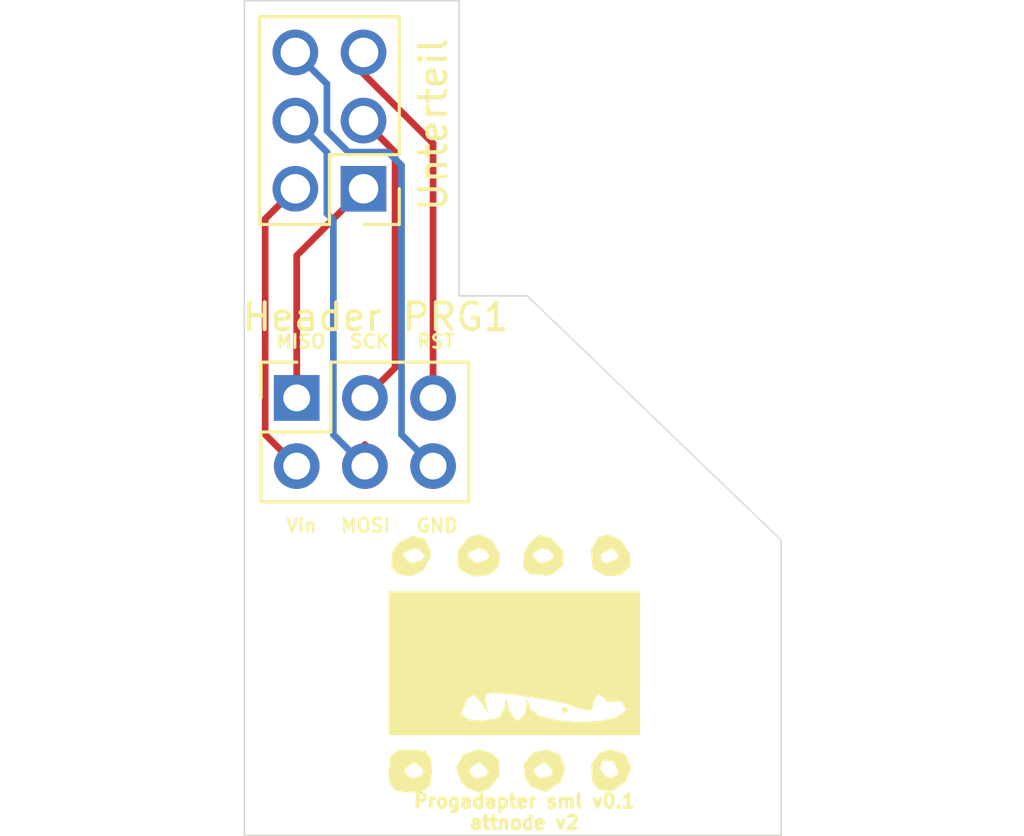
<source format=kicad_pcb>
(kicad_pcb (version 20171130) (host pcbnew "(5.1.8)-1")

  (general
    (thickness 1.6)
    (drawings 15)
    (tracks 24)
    (zones 0)
    (modules 5)
    (nets 7)
  )

  (page A4)
  (layers
    (0 F.Cu signal)
    (31 B.Cu signal)
    (32 B.Adhes user)
    (33 F.Adhes user)
    (34 B.Paste user)
    (35 F.Paste user)
    (36 B.SilkS user)
    (37 F.SilkS user)
    (38 B.Mask user)
    (39 F.Mask user)
    (40 Dwgs.User user)
    (41 Cmts.User user)
    (42 Eco1.User user)
    (43 Eco2.User user)
    (44 Edge.Cuts user)
    (45 Margin user)
    (46 B.CrtYd user)
    (47 F.CrtYd user)
    (48 B.Fab user)
    (49 F.Fab user)
  )

  (setup
    (last_trace_width 0.25)
    (trace_clearance 0.2)
    (zone_clearance 0.508)
    (zone_45_only no)
    (trace_min 0.2)
    (via_size 0.8)
    (via_drill 0.4)
    (via_min_size 0.4)
    (via_min_drill 0.3)
    (uvia_size 0.3)
    (uvia_drill 0.1)
    (uvias_allowed no)
    (uvia_min_size 0.2)
    (uvia_min_drill 0.1)
    (edge_width 0.05)
    (segment_width 0.2)
    (pcb_text_width 0.3)
    (pcb_text_size 1.5 1.5)
    (mod_edge_width 0.12)
    (mod_text_size 1 1)
    (mod_text_width 0.15)
    (pad_size 3.2 3.2)
    (pad_drill 3.2)
    (pad_to_mask_clearance 0.051)
    (solder_mask_min_width 0.25)
    (aux_axis_origin 0 0)
    (visible_elements 7FFFFFFF)
    (pcbplotparams
      (layerselection 0x010fc_ffffffff)
      (usegerberextensions true)
      (usegerberattributes false)
      (usegerberadvancedattributes false)
      (creategerberjobfile false)
      (excludeedgelayer true)
      (linewidth 0.100000)
      (plotframeref false)
      (viasonmask false)
      (mode 1)
      (useauxorigin false)
      (hpglpennumber 1)
      (hpglpenspeed 20)
      (hpglpendiameter 15.000000)
      (psnegative false)
      (psa4output false)
      (plotreference true)
      (plotvalue true)
      (plotinvisibletext false)
      (padsonsilk false)
      (subtractmaskfromsilk false)
      (outputformat 1)
      (mirror false)
      (drillshape 0)
      (scaleselection 1)
      (outputdirectory "Gerber/"))
  )

  (net 0 "")
  (net 1 PRG_Vin)
  (net 2 MISO)
  (net 3 MOSI)
  (net 4 SCK)
  (net 5 RST)
  (net 6 PRG_GND)

  (net_class Default "Dies ist die voreingestellte Netzklasse."
    (clearance 0.2)
    (trace_width 0.25)
    (via_dia 0.8)
    (via_drill 0.4)
    (uvia_dia 0.3)
    (uvia_drill 0.1)
    (add_net MISO)
    (add_net MOSI)
    (add_net PRG_GND)
    (add_net PRG_Vin)
    (add_net RST)
    (add_net SCK)
  )

  (module "Logo Attno.de:Logo_druck" (layer F.Cu) (tedit 0) (tstamp 5FB2A212)
    (at 69.9262 81.6864)
    (fp_text reference G*** (at 0 0) (layer F.SilkS) hide
      (effects (font (size 1.524 1.524) (thickness 0.3)))
    )
    (fp_text value LOGO (at 0.8128 3.3782) (layer F.SilkS) hide
      (effects (font (size 1.524 1.524) (thickness 0.3)))
    )
    (fp_poly (pts (xy -3.175028 3.274671) (xy -2.965626 3.587178) (xy -2.941053 4.010526) (xy -3.007304 4.578657)
      (xy -3.319811 4.788059) (xy -3.743158 4.812632) (xy -4.311289 4.746381) (xy -4.520691 4.433874)
      (xy -4.545264 4.010526) (xy -4.542926 3.990474) (xy -3.959281 3.990474) (xy -3.830217 4.234271)
      (xy -3.609474 4.277895) (xy -3.276715 4.142232) (xy -3.259667 3.990474) (xy -3.535693 3.714239)
      (xy -3.609474 3.703053) (xy -3.922973 3.911204) (xy -3.959281 3.990474) (xy -4.542926 3.990474)
      (xy -4.479013 3.442395) (xy -4.166506 3.232994) (xy -3.743158 3.208421) (xy -3.175028 3.274671)) (layer F.SilkS) (width 0.01))
    (fp_poly (pts (xy -0.654718 3.377959) (xy -0.425046 3.643362) (xy -0.445336 4.206313) (xy -0.802298 4.673505)
      (xy -1.203158 4.812632) (xy -1.650245 4.625796) (xy -1.843455 4.445467) (xy -1.999823 3.990474)
      (xy -1.552965 3.990474) (xy -1.423901 4.234271) (xy -1.203158 4.277895) (xy -0.870399 4.142232)
      (xy -0.853351 3.990474) (xy -1.129378 3.714239) (xy -1.203158 3.703053) (xy -1.516657 3.911204)
      (xy -1.552965 3.990474) (xy -1.999823 3.990474) (xy -2.031887 3.897179) (xy -1.795855 3.42208)
      (xy -1.233012 3.208837) (xy -1.203158 3.208421) (xy -0.654718 3.377959)) (layer F.SilkS) (width 0.01))
    (fp_poly (pts (xy 1.830489 3.420844) (xy 2.023085 3.906185) (xy 1.850749 4.436547) (xy 1.843454 4.445467)
      (xy 1.308609 4.788602) (xy 0.789363 4.623462) (xy 0.556657 4.318854) (xy 0.512481 3.990474)
      (xy 0.85335 3.990474) (xy 0.982414 4.234271) (xy 1.203157 4.277895) (xy 1.535916 4.142232)
      (xy 1.552964 3.990474) (xy 1.276938 3.714239) (xy 1.203157 3.703053) (xy 0.889659 3.911204)
      (xy 0.85335 3.990474) (xy 0.512481 3.990474) (xy 0.479001 3.74161) (xy 0.834794 3.328056)
      (xy 1.36171 3.208421) (xy 1.830489 3.420844)) (layer F.SilkS) (width 0.01))
    (fp_poly (pts (xy 4.289104 3.40888) (xy 4.485854 3.883973) (xy 4.275068 4.414984) (xy 3.760298 4.770967)
      (xy 3.272011 4.712338) (xy 3.03774 4.411579) (xy 3.005955 3.923658) (xy 3.321753 3.923658)
      (xy 3.535729 4.214069) (xy 3.758937 4.277895) (xy 4.005698 4.098505) (xy 4.010526 4.055088)
      (xy 3.836112 3.667614) (xy 3.47406 3.613807) (xy 3.434135 3.635217) (xy 3.321753 3.923658)
      (xy 3.005955 3.923658) (xy 2.995131 3.757507) (xy 3.340792 3.309889) (xy 3.743157 3.208421)
      (xy 4.289104 3.40888)) (layer F.SilkS) (width 0.01))
    (fp_poly (pts (xy 4.812631 2.673684) (xy -4.545264 2.673684) (xy -4.545264 1.85671) (xy -1.84514 1.85671)
      (xy -1.640977 2.086836) (xy -1.069474 2.138947) (xy -0.449193 2.032284) (xy -0.236914 1.678869)
      (xy -0.236354 1.671053) (xy -0.199008 1.341536) (xy -0.120086 1.531401) (xy -0.083065 1.671053)
      (xy 0.137174 2.067551) (xy 0.286972 2.138947) (xy 0.512231 1.91694) (xy 0.565751 1.671053)
      (xy 0.603097 1.341536) (xy 0.682019 1.531401) (xy 0.71904 1.671053) (xy 1.023883 1.942669)
      (xy 1.661629 2.1152) (xy 2.468428 2.186887) (xy 3.280431 2.155969) (xy 3.933785 2.020685)
      (xy 4.264641 1.779275) (xy 4.277894 1.709289) (xy 4.113499 1.405706) (xy 3.876842 1.43353)
      (xy 3.532945 1.431665) (xy 3.475789 1.312671) (xy 3.31091 1.162077) (xy 3.204059 1.205853)
      (xy 3.040408 1.51151) (xy 3.071649 1.599214) (xy 2.983308 1.745726) (xy 2.741799 1.73488)
      (xy 2.344973 1.633411) (xy 2.272631 1.590545) (xy 2.017938 1.492766) (xy 1.298922 1.353099)
      (xy 0.183184 1.184476) (xy 0.064366 1.16815) (xy -0.638136 1.095906) (xy -0.934809 1.164674)
      (xy -0.945218 1.415944) (xy -0.918078 1.509049) (xy -0.821817 1.851758) (xy -0.926927 1.742986)
      (xy -1.080524 1.50529) (xy -1.365887 1.180679) (xy -1.595147 1.317081) (xy -1.631354 1.371606)
      (xy -1.84514 1.85671) (xy -4.545264 1.85671) (xy -4.545264 -2.673684) (xy 4.812631 -2.673684)
      (xy 4.812631 2.673684)) (layer F.SilkS) (width 0.01))
    (fp_poly (pts (xy -3.196971 -4.616923) (xy -2.979926 -4.140395) (xy -2.989143 -3.94488) (xy -3.252289 -3.462408)
      (xy -3.731266 -3.239198) (xy -4.214277 -3.323615) (xy -4.449336 -3.611454) (xy -4.423182 -4.010526)
      (xy -4.010527 -4.010526) (xy -3.79397 -3.773323) (xy -3.609474 -3.743158) (xy -3.253669 -3.887529)
      (xy -3.208422 -4.010526) (xy -3.424979 -4.24773) (xy -3.609474 -4.277895) (xy -3.96528 -4.133524)
      (xy -4.010527 -4.010526) (xy -4.423182 -4.010526) (xy -4.414565 -4.142002) (xy -4.201504 -4.468872)
      (xy -3.662664 -4.7517) (xy -3.196971 -4.616923)) (layer F.SilkS) (width 0.01))
    (fp_poly (pts (xy -0.698937 -4.587399) (xy -0.404882 -4.076307) (xy -0.425046 -3.643362) (xy -0.795864 -3.295983)
      (xy -1.358492 -3.230802) (xy -1.850527 -3.44782) (xy -1.981271 -3.643362) (xy -1.968038 -4.010526)
      (xy -1.604211 -4.010526) (xy -1.387654 -3.773323) (xy -1.203158 -3.743158) (xy -0.847353 -3.887529)
      (xy -0.802106 -4.010526) (xy -1.018663 -4.24773) (xy -1.203158 -4.277895) (xy -1.558964 -4.133524)
      (xy -1.604211 -4.010526) (xy -1.968038 -4.010526) (xy -1.960981 -4.206313) (xy -1.604019 -4.673505)
      (xy -1.203158 -4.812632) (xy -0.698937 -4.587399)) (layer F.SilkS) (width 0.01))
    (fp_poly (pts (xy 1.497215 -4.664621) (xy 1.521708 -4.649808) (xy 1.958071 -4.173721) (xy 1.961382 -3.672715)
      (xy 1.558773 -3.320009) (xy 1.304155 -3.2608) (xy 0.68795 -3.334446) (xy 0.453572 -3.569022)
      (xy 0.476776 -4.010526) (xy 0.802105 -4.010526) (xy 1.018662 -3.773323) (xy 1.203157 -3.743158)
      (xy 1.558963 -3.887529) (xy 1.60421 -4.010526) (xy 1.387653 -4.24773) (xy 1.203157 -4.277895)
      (xy 0.847352 -4.133524) (xy 0.802105 -4.010526) (xy 0.476776 -4.010526) (xy 0.480169 -4.075083)
      (xy 0.671125 -4.452433) (xy 1.053407 -4.785038) (xy 1.497215 -4.664621)) (layer F.SilkS) (width 0.01))
    (fp_poly (pts (xy 4.089816 -4.595979) (xy 4.434735 -4.1028) (xy 4.449882 -3.612879) (xy 4.088167 -3.2809)
      (xy 3.55026 -3.237404) (xy 3.109036 -3.48305) (xy 3.03774 -3.609474) (xy 3.005379 -4.010526)
      (xy 3.342105 -4.010526) (xy 3.402717 -3.781632) (xy 3.593694 -3.743158) (xy 3.959511 -3.882751)
      (xy 4.010526 -4.010526) (xy 3.818628 -4.270242) (xy 3.758937 -4.277895) (xy 3.39683 -4.083545)
      (xy 3.342105 -4.010526) (xy 3.005379 -4.010526) (xy 2.988838 -4.215517) (xy 3.2409 -4.683255)
      (xy 3.568344 -4.812632) (xy 4.089816 -4.595979)) (layer F.SilkS) (width 0.01))
    (fp_poly (pts (xy 2.138947 1.737895) (xy 2.005263 1.871579) (xy 1.871578 1.737895) (xy 2.005263 1.60421)
      (xy 2.138947 1.737895)) (layer F.SilkS) (width 0.01))
  )

  (module Connector_PinSocket_2.54mm:PinSocket_2x03_P2.54mm_Vertical (layer F.Cu) (tedit 5A19A425) (tstamp 5FB10B53)
    (at 61.9506 71.8 90)
    (descr "Through hole straight socket strip, 2x03, 2.54mm pitch, double cols (from Kicad 4.0.7), script generated")
    (tags "Through hole socket strip THT 2x03 2.54mm double row")
    (path /5FB3D82C)
    (fp_text reference "Header PRG1" (at 3.0168 2.9464 180) (layer F.SilkS)
      (effects (font (size 1 1) (thickness 0.15)))
    )
    (fp_text value Connector:Conn_01x14_Female (at -1.27 7.85 90) (layer F.Fab) hide
      (effects (font (size 1 1) (thickness 0.15)))
    )
    (fp_line (start -4.34 6.85) (end -4.34 -1.8) (layer F.CrtYd) (width 0.05))
    (fp_line (start 1.76 6.85) (end -4.34 6.85) (layer F.CrtYd) (width 0.05))
    (fp_line (start 1.76 -1.8) (end 1.76 6.85) (layer F.CrtYd) (width 0.05))
    (fp_line (start -4.34 -1.8) (end 1.76 -1.8) (layer F.CrtYd) (width 0.05))
    (fp_line (start 0 -1.33) (end 1.33 -1.33) (layer F.SilkS) (width 0.12))
    (fp_line (start 1.33 -1.33) (end 1.33 0) (layer F.SilkS) (width 0.12))
    (fp_line (start -1.27 -1.33) (end -1.27 1.27) (layer F.SilkS) (width 0.12))
    (fp_line (start -1.27 1.27) (end 1.33 1.27) (layer F.SilkS) (width 0.12))
    (fp_line (start 1.33 1.27) (end 1.33 6.41) (layer F.SilkS) (width 0.12))
    (fp_line (start -3.87 6.41) (end 1.33 6.41) (layer F.SilkS) (width 0.12))
    (fp_line (start -3.87 -1.33) (end -3.87 6.41) (layer F.SilkS) (width 0.12))
    (fp_line (start -3.87 -1.33) (end -1.27 -1.33) (layer F.SilkS) (width 0.12))
    (fp_line (start -3.81 6.35) (end -3.81 -1.27) (layer F.Fab) (width 0.1))
    (fp_line (start 1.27 6.35) (end -3.81 6.35) (layer F.Fab) (width 0.1))
    (fp_line (start 1.27 -0.27) (end 1.27 6.35) (layer F.Fab) (width 0.1))
    (fp_line (start 0.27 -1.27) (end 1.27 -0.27) (layer F.Fab) (width 0.1))
    (fp_line (start -3.81 -1.27) (end 0.27 -1.27) (layer F.Fab) (width 0.1))
    (fp_text user %R (at -1.27 2.54) (layer F.Fab)
      (effects (font (size 1 1) (thickness 0.15)))
    )
    (pad 1 thru_hole rect (at 0 0 90) (size 1.7 1.7) (drill 1) (layers *.Cu *.Mask)
      (net 2 MISO))
    (pad 2 thru_hole oval (at -2.54 0 90) (size 1.7 1.7) (drill 1) (layers *.Cu *.Mask)
      (net 1 PRG_Vin))
    (pad 3 thru_hole oval (at 0 2.54 90) (size 1.7 1.7) (drill 1) (layers *.Cu *.Mask)
      (net 4 SCK))
    (pad 4 thru_hole oval (at -2.54 2.54 90) (size 1.7 1.7) (drill 1) (layers *.Cu *.Mask)
      (net 3 MOSI))
    (pad 5 thru_hole oval (at 0 5.08 90) (size 1.7 1.7) (drill 1) (layers *.Cu *.Mask)
      (net 5 RST))
    (pad 6 thru_hole oval (at -2.54 5.08 90) (size 1.7 1.7) (drill 1) (layers *.Cu *.Mask)
      (net 6 PRG_GND))
  )

  (module MountingHole:MountingHole_3.2mm_M3_DIN965 (layer F.Cu) (tedit 56D1B4CB) (tstamp 5FB29D1F)
    (at 76.5048 83.058)
    (descr "Mounting Hole 3.2mm, no annular, M3, DIN965")
    (tags "mounting hole 3.2mm no annular m3 din965")
    (attr virtual)
    (fp_text reference REF** (at 0 -3.8) (layer F.SilkS) hide
      (effects (font (size 1 1) (thickness 0.15)))
    )
    (fp_text value MountingHole_3.2mm_M3_DIN965 (at 0 3.8) (layer F.Fab)
      (effects (font (size 1 1) (thickness 0.15)))
    )
    (fp_circle (center 0 0) (end 2.8 0) (layer Cmts.User) (width 0.15))
    (fp_circle (center 0 0) (end 3.05 0) (layer F.CrtYd) (width 0.05))
    (fp_text user %R (at 0.3 -0.058) (layer F.Fab)
      (effects (font (size 1 1) (thickness 0.15)))
    )
    (pad 1 np_thru_hole circle (at 0 0) (size 3.2 3.2) (drill 3.2) (layers *.Cu *.Mask))
  )

  (module MountingHole:MountingHole_3.2mm_M3_DIN965 (layer F.Cu) (tedit 56D1B4CB) (tstamp 5FB29CF4)
    (at 63.4492 83)
    (descr "Mounting Hole 3.2mm, no annular, M3, DIN965")
    (tags "mounting hole 3.2mm no annular m3 din965")
    (attr virtual)
    (fp_text reference REF** (at 0 -3.8) (layer F.SilkS) hide
      (effects (font (size 1 1) (thickness 0.15)))
    )
    (fp_text value MountingHole_3.2mm_M3_DIN965 (at 0 3.8) (layer F.Fab)
      (effects (font (size 1 1) (thickness 0.15)))
    )
    (fp_circle (center 0 0) (end 2.8 0) (layer Cmts.User) (width 0.15))
    (fp_circle (center 0 0) (end 3.05 0) (layer F.CrtYd) (width 0.05))
    (fp_text user %R (at 0.3 0) (layer F.Fab)
      (effects (font (size 1 1) (thickness 0.15)))
    )
    (pad 1 np_thru_hole circle (at 0 0) (size 3.2 3.2) (drill 3.2) (layers *.Cu *.Mask))
  )

  (module Connector_PinHeader_2.54mm:PinHeader_2x03_P2.54mm_Vertical (layer F.Cu) (tedit 5FB1263A) (tstamp 5E2A4CBB)
    (at 64.4398 64.008 180)
    (descr "Through hole straight pin header, 2x03, 2.54mm pitch, double rows")
    (tags "Through hole pin header THT 2x03 2.54mm double row")
    (path /5D69C5BF)
    (fp_text reference PRG-Out1 (at 1.27 -1.9304) (layer F.SilkS) hide
      (effects (font (size 0.8 0.8) (thickness 0.1)))
    )
    (fp_text value PRG (at 1.27 7.41) (layer F.Fab) hide
      (effects (font (size 1 1) (thickness 0.15)))
    )
    (fp_line (start 4.35 -1.8) (end -1.8 -1.8) (layer F.CrtYd) (width 0.05))
    (fp_line (start 4.35 6.85) (end 4.35 -1.8) (layer F.CrtYd) (width 0.05))
    (fp_line (start -1.8 6.85) (end 4.35 6.85) (layer F.CrtYd) (width 0.05))
    (fp_line (start -1.8 -1.8) (end -1.8 6.85) (layer F.CrtYd) (width 0.05))
    (fp_line (start -1.33 -1.33) (end 0 -1.33) (layer F.SilkS) (width 0.12))
    (fp_line (start -1.33 0) (end -1.33 -1.33) (layer F.SilkS) (width 0.12))
    (fp_line (start 1.27 -1.33) (end 3.87 -1.33) (layer F.SilkS) (width 0.12))
    (fp_line (start 1.27 1.27) (end 1.27 -1.33) (layer F.SilkS) (width 0.12))
    (fp_line (start -1.33 1.27) (end 1.27 1.27) (layer F.SilkS) (width 0.12))
    (fp_line (start 3.87 -1.33) (end 3.87 6.41) (layer F.SilkS) (width 0.12))
    (fp_line (start -1.33 1.27) (end -1.33 6.41) (layer F.SilkS) (width 0.12))
    (fp_line (start -1.33 6.41) (end 3.87 6.41) (layer F.SilkS) (width 0.12))
    (fp_line (start -1.27 0) (end 0 -1.27) (layer F.Fab) (width 0.1))
    (fp_line (start -1.27 6.35) (end -1.27 0) (layer F.Fab) (width 0.1))
    (fp_line (start 3.81 6.35) (end -1.27 6.35) (layer F.Fab) (width 0.1))
    (fp_line (start 3.81 -1.27) (end 3.81 6.35) (layer F.Fab) (width 0.1))
    (fp_line (start 0 -1.27) (end 3.81 -1.27) (layer F.Fab) (width 0.1))
    (fp_text user %R (at 1.27 2.54 180) (layer F.Fab) hide
      (effects (font (size 1 1) (thickness 0.15)))
    )
    (pad 6 thru_hole oval (at 2.54 5.08 180) (size 1.7 1.7) (drill 1.1) (layers *.Cu *.Mask)
      (net 6 PRG_GND))
    (pad 5 thru_hole oval (at 0 5.08 180) (size 1.7 1.7) (drill 1.1) (layers *.Cu *.Mask)
      (net 5 RST))
    (pad 4 thru_hole oval (at 2.54 2.54 180) (size 1.7 1.7) (drill 1.1) (layers *.Cu *.Mask)
      (net 3 MOSI))
    (pad 3 thru_hole oval (at 0 2.54 180) (size 1.7 1.7) (drill 1.1) (layers *.Cu *.Mask)
      (net 4 SCK))
    (pad 2 thru_hole oval (at 2.54 0 180) (size 1.7 1.7) (drill 1.1) (layers *.Cu *.Mask)
      (net 1 PRG_Vin))
    (pad 1 thru_hole rect (at 0 0 180) (size 1.7 1.7) (drill 1.1) (layers *.Cu *.Mask)
      (net 2 MISO))
  )

  (gr_text Unterteil (at 67.0306 61.6204 90) (layer F.SilkS)
    (effects (font (size 1 1) (thickness 0.15)))
  )
  (gr_line (start 70.54 68) (end 80 77.1) (layer Edge.Cuts) (width 0.05))
  (gr_text GND (at 67.183 76.5556) (layer F.SilkS) (tstamp 5FB16EDB)
    (effects (font (size 0.5 0.5) (thickness 0.1)))
  )
  (gr_text MOSI (at 64.516 76.5556) (layer F.SilkS) (tstamp 5FB16EB5)
    (effects (font (size 0.5 0.5) (thickness 0.1)))
  )
  (gr_text RST (at 67.1322 69.6976) (layer F.SilkS) (tstamp 5FB16E9E)
    (effects (font (size 0.5 0.5) (thickness 0.1)))
  )
  (gr_text SCK (at 64.6684 69.6976) (layer F.SilkS) (tstamp 5FB16E89)
    (effects (font (size 0.5 0.5) (thickness 0.1)))
  )
  (gr_text Vin (at 62.1284 76.5556) (layer F.SilkS) (tstamp 5FB21B18)
    (effects (font (size 0.5 0.5) (thickness 0.1)))
  )
  (gr_text MISO (at 62.103 69.6976) (layer F.SilkS) (tstamp 5FB21AF8)
    (effects (font (size 0.5 0.5) (thickness 0.1)))
  )
  (gr_text "Progadapter sml v0.1\nattnode v2" (at 70.4342 87.2236) (layer F.SilkS)
    (effects (font (size 0.5 0.5) (thickness 0.125)))
  )
  (gr_line (start 68 68) (end 70.54 68) (layer Edge.Cuts) (width 0.05))
  (gr_line (start 60 57) (end 68 57) (layer Edge.Cuts) (width 0.05))
  (gr_line (start 68 68) (end 68 57) (layer Edge.Cuts) (width 0.05))
  (gr_line (start 60 57) (end 60 88.1) (layer Edge.Cuts) (width 0.05))
  (gr_line (start 80 88.1) (end 80 77.1) (layer Edge.Cuts) (width 0.05))
  (gr_line (start 60 88.1) (end 80 88.1) (layer Edge.Cuts) (width 0.05))

  (segment (start 60.775599 73.164999) (end 61.9506 74.34) (width 0.25) (layer F.Cu) (net 1))
  (segment (start 60.775599 65.132201) (end 60.775599 73.164999) (width 0.25) (layer F.Cu) (net 1))
  (segment (start 61.8998 64.008) (end 60.775599 65.132201) (width 0.25) (layer F.Cu) (net 1))
  (segment (start 61.9506 66.4972) (end 64.4398 64.008) (width 0.25) (layer F.Cu) (net 2))
  (segment (start 61.9506 71.8) (end 61.9506 66.4972) (width 0.25) (layer F.Cu) (net 2))
  (segment (start 64.4906 74.34) (end 64.4906 73.539002) (width 0.25) (layer F.Cu) (net 3))
  (segment (start 63.074801 62.643001) (end 61.8998 61.468) (width 0.25) (layer B.Cu) (net 3))
  (segment (start 63.074801 64.928003) (end 63.074801 62.643001) (width 0.25) (layer B.Cu) (net 3))
  (segment (start 63.315599 65.168801) (end 63.074801 64.928003) (width 0.25) (layer B.Cu) (net 3))
  (segment (start 63.315599 73.164999) (end 63.315599 65.168801) (width 0.25) (layer B.Cu) (net 3))
  (segment (start 64.4906 74.34) (end 63.315599 73.164999) (width 0.25) (layer B.Cu) (net 3))
  (segment (start 65.614801 62.643001) (end 64.4398 61.468) (width 0.25) (layer F.Cu) (net 4))
  (segment (start 65.614801 70.675799) (end 65.614801 62.643001) (width 0.25) (layer F.Cu) (net 4))
  (segment (start 64.4906 71.8) (end 65.614801 70.675799) (width 0.25) (layer F.Cu) (net 4))
  (segment (start 64.4398 59.728998) (end 64.4398 58.928) (width 0.25) (layer F.Cu) (net 5))
  (segment (start 67.0306 62.319798) (end 64.4398 59.728998) (width 0.25) (layer F.Cu) (net 5))
  (segment (start 67.0306 71.8) (end 67.0306 62.319798) (width 0.25) (layer F.Cu) (net 5))
  (segment (start 63.074801 60.103001) (end 61.8998 58.928) (width 0.25) (layer B.Cu) (net 6))
  (segment (start 63.074801 61.842003) (end 63.074801 60.103001) (width 0.25) (layer B.Cu) (net 6))
  (segment (start 63.875799 62.643001) (end 63.074801 61.842003) (width 0.25) (layer B.Cu) (net 6))
  (segment (start 65.855599 63.138797) (end 65.359803 62.643001) (width 0.25) (layer B.Cu) (net 6))
  (segment (start 65.855599 73.164999) (end 65.855599 63.138797) (width 0.25) (layer B.Cu) (net 6))
  (segment (start 65.359803 62.643001) (end 63.875799 62.643001) (width 0.25) (layer B.Cu) (net 6))
  (segment (start 67.0306 74.34) (end 65.855599 73.164999) (width 0.25) (layer B.Cu) (net 6))

)

</source>
